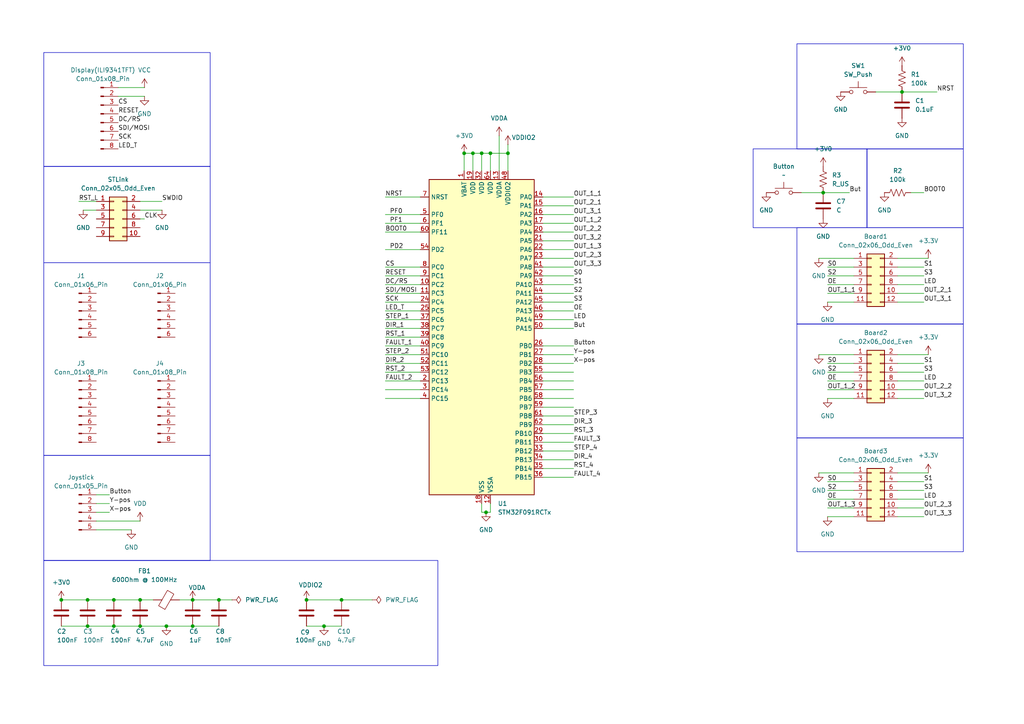
<source format=kicad_sch>
(kicad_sch (version 20250114) (generator "eeschema") (generator_version "9.0")
  (paper "A4")
  (title_block (title "STM32F09 Schematic") (date "2026-01-29") (rev "0"))
  (lib_symbols
    (symbol "Connector:Conn_01x05_Pin" (pin_names (offset 1.016) (hide yes))
      (property "Reference" "J" (at 0 7.62 0))
      (property "Value" "Conn_01x05_Pin" (at 0 -7.62 0))
      (symbol "Conn_01x05_Pin_1_1"
        (rectangle (start 0.8636 5.207) (end 0 4.953) (stroke (width 0.1524)) (fill (type outline)))
        (rectangle (start 0.8636 2.667) (end 0 2.413) (stroke (width 0.1524)) (fill (type outline)))
        (rectangle (start 0.8636 0.127) (end 0 -0.127) (stroke (width 0.1524)) (fill (type outline)))
        (rectangle (start 0.8636 -2.413) (end 0 -2.667) (stroke (width 0.1524)) (fill (type outline)))
        (rectangle (start 0.8636 -4.953) (end 0 -5.207) (stroke (width 0.1524)) (fill (type outline)))
        (polyline (pts (xy 1.27 5.08) (xy 0.8636 5.08)) (stroke (width 0.1524)))
        (polyline (pts (xy 1.27 2.54) (xy 0.8636 2.54)) (stroke (width 0.1524)))
        (polyline (pts (xy 1.27 0) (xy 0.8636 0)) (stroke (width 0.1524)))
        (polyline (pts (xy 1.27 -2.54) (xy 0.8636 -2.54)) (stroke (width 0.1524)))
        (polyline (pts (xy 1.27 -5.08) (xy 0.8636 -5.08)) (stroke (width 0.1524)))
        (pin passive line (at 5.08 5.08 180) (length 3.81) (name "Pin_1") (number "1"))
        (pin passive line (at 5.08 2.54 180) (length 3.81) (name "Pin_2") (number "2"))
        (pin passive line (at 5.08 0 180) (length 3.81) (name "Pin_3") (number "3"))
        (pin passive line (at 5.08 -2.54 180) (length 3.81) (name "Pin_4") (number "4"))
        (pin passive line (at 5.08 -5.08 180) (length 3.81) (name "Pin_5") (number "5"))
      )
    )
    (symbol "Connector:Conn_01x06_Pin" (pin_names (offset 1.016) (hide yes))
      (property "Reference" "J" (at 0 7.62 0))
      (property "Value" "Conn_01x06_Pin" (at 0 -10.16 0))
      (symbol "Conn_01x06_Pin_1_1"
        (rectangle (start 0.8636 5.207) (end 0 4.953) (stroke (width 0.1524)) (fill (type outline)))
        (rectangle (start 0.8636 2.667) (end 0 2.413) (stroke (width 0.1524)) (fill (type outline)))
        (rectangle (start 0.8636 0.127) (end 0 -0.127) (stroke (width 0.1524)) (fill (type outline)))
        (rectangle (start 0.8636 -2.413) (end 0 -2.667) (stroke (width 0.1524)) (fill (type outline)))
        (rectangle (start 0.8636 -4.953) (end 0 -5.207) (stroke (width 0.1524)) (fill (type outline)))
        (rectangle (start 0.8636 -7.493) (end 0 -7.747) (stroke (width 0.1524)) (fill (type outline)))
        (polyline (pts (xy 1.27 5.08) (xy 0.8636 5.08)) (stroke (width 0.1524)))
        (polyline (pts (xy 1.27 2.54) (xy 0.8636 2.54)) (stroke (width 0.1524)))
        (polyline (pts (xy 1.27 0) (xy 0.8636 0)) (stroke (width 0.1524)))
        (polyline (pts (xy 1.27 -2.54) (xy 0.8636 -2.54)) (stroke (width 0.1524)))
        (polyline (pts (xy 1.27 -5.08) (xy 0.8636 -5.08)) (stroke (width 0.1524)))
        (polyline (pts (xy 1.27 -7.62) (xy 0.8636 -7.62)) (stroke (width 0.1524)))
        (pin passive line (at 5.08 5.08 180) (length 3.81) (name "Pin_1") (number "1"))
        (pin passive line (at 5.08 2.54 180) (length 3.81) (name "Pin_2") (number "2"))
        (pin passive line (at 5.08 0 180) (length 3.81) (name "Pin_3") (number "3"))
        (pin passive line (at 5.08 -2.54 180) (length 3.81) (name "Pin_4") (number "4"))
        (pin passive line (at 5.08 -5.08 180) (length 3.81) (name "Pin_5") (number "5"))
        (pin passive line (at 5.08 -7.62 180) (length 3.81) (name "Pin_6") (number "6"))
      )
    )
    (symbol "Connector:Conn_01x08_Pin" (pin_names (offset 1.016) (hide yes))
      (property "Reference" "J" (at 0 10.16 0))
      (property "Value" "Conn_01x08_Pin" (at 0 -12.7 0))
      (symbol "Conn_01x08_Pin_1_1"
        (rectangle (start 0.8636 7.747) (end 0 7.493) (stroke (width 0.1524)) (fill (type outline)))
        (rectangle (start 0.8636 5.207) (end 0 4.953) (stroke (width 0.1524)) (fill (type outline)))
        (rectangle (start 0.8636 2.667) (end 0 2.413) (stroke (width 0.1524)) (fill (type outline)))
        (rectangle (start 0.8636 0.127) (end 0 -0.127) (stroke (width 0.1524)) (fill (type outline)))
        (rectangle (start 0.8636 -2.413) (end 0 -2.667) (stroke (width 0.1524)) (fill (type outline)))
        (rectangle (start 0.8636 -4.953) (end 0 -5.207) (stroke (width 0.1524)) (fill (type outline)))
        (rectangle (start 0.8636 -7.493) (end 0 -7.747) (stroke (width 0.1524)) (fill (type outline)))
        (rectangle (start 0.8636 -10.033) (end 0 -10.287) (stroke (width 0.1524)) (fill (type outline)))
        (polyline (pts (xy 1.27 7.62) (xy 0.8636 7.62)) (stroke (width 0.1524)))
        (polyline (pts (xy 1.27 5.08) (xy 0.8636 5.08)) (stroke (width 0.1524)))
        (polyline (pts (xy 1.27 2.54) (xy 0.8636 2.54)) (stroke (width 0.1524)))
        (polyline (pts (xy 1.27 0) (xy 0.8636 0)) (stroke (width 0.1524)))
        (polyline (pts (xy 1.27 -2.54) (xy 0.8636 -2.54)) (stroke (width 0.1524)))
        (polyline (pts (xy 1.27 -5.08) (xy 0.8636 -5.08)) (stroke (width 0.1524)))
        (polyline (pts (xy 1.27 -7.62) (xy 0.8636 -7.62)) (stroke (width 0.1524)))
        (polyline (pts (xy 1.27 -10.16) (xy 0.8636 -10.16)) (stroke (width 0.1524)))
        (pin passive line (at 5.08 7.62 180) (length 3.81) (name "Pin_1") (number "1"))
        (pin passive line (at 5.08 5.08 180) (length 3.81) (name "Pin_2") (number "2"))
        (pin passive line (at 5.08 2.54 180) (length 3.81) (name "Pin_3") (number "3"))
        (pin passive line (at 5.08 0 180) (length 3.81) (name "Pin_4") (number "4"))
        (pin passive line (at 5.08 -2.54 180) (length 3.81) (name "Pin_5") (number "5"))
        (pin passive line (at 5.08 -5.08 180) (length 3.81) (name "Pin_6") (number "6"))
        (pin passive line (at 5.08 -7.62 180) (length 3.81) (name "Pin_7") (number "7"))
        (pin passive line (at 5.08 -10.16 180) (length 3.81) (name "Pin_8") (number "8"))
      )
    )
    (symbol "Connector_Generic:Conn_02x05_Odd_Even" (pin_names (offset 1.016) (hide yes))
      (property "Reference" "J" (at 1.27 7.62 0))
      (property "Value" "Conn_02x05_Odd_Even" (at 1.27 -7.62 0))
      (symbol "Conn_02x05_Odd_Even_1_1"
        (rectangle (start -1.27 6.35) (end 3.81 -6.35) (stroke (width 0.254)) (fill (type background)))
        (rectangle (start -1.27 5.207) (end 0 4.953) (stroke (width 0.1524)))
        (rectangle (start -1.27 2.667) (end 0 2.413) (stroke (width 0.1524)))
        (rectangle (start -1.27 0.127) (end 0 -0.127) (stroke (width 0.1524)))
        (rectangle (start -1.27 -2.413) (end 0 -2.667) (stroke (width 0.1524)))
        (rectangle (start -1.27 -4.953) (end 0 -5.207) (stroke (width 0.1524)))
        (rectangle (start 3.81 5.207) (end 2.54 4.953) (stroke (width 0.1524)))
        (rectangle (start 3.81 2.667) (end 2.54 2.413) (stroke (width 0.1524)))
        (rectangle (start 3.81 0.127) (end 2.54 -0.127) (stroke (width 0.1524)))
        (rectangle (start 3.81 -2.413) (end 2.54 -2.667) (stroke (width 0.1524)))
        (rectangle (start 3.81 -4.953) (end 2.54 -5.207) (stroke (width 0.1524)))
        (pin passive line (at -5.08 5.08 0) (length 3.81) (name "Pin_1") (number "1"))
        (pin passive line (at -5.08 2.54 0) (length 3.81) (name "Pin_3") (number "3"))
        (pin passive line (at -5.08 0 0) (length 3.81) (name "Pin_5") (number "5"))
        (pin passive line (at -5.08 -2.54 0) (length 3.81) (name "Pin_7") (number "7"))
        (pin passive line (at -5.08 -5.08 0) (length 3.81) (name "Pin_9") (number "9"))
        (pin passive line (at 7.62 5.08 180) (length 3.81) (name "Pin_2") (number "2"))
        (pin passive line (at 7.62 2.54 180) (length 3.81) (name "Pin_4") (number "4"))
        (pin passive line (at 7.62 0 180) (length 3.81) (name "Pin_6") (number "6"))
        (pin passive line (at 7.62 -2.54 180) (length 3.81) (name "Pin_8") (number "8"))
        (pin passive line (at 7.62 -5.08 180) (length 3.81) (name "Pin_10") (number "10"))
      )
    )
    (symbol "Connector_Generic:Conn_02x06_Odd_Even" (pin_names (offset 1.016) (hide yes))
      (property "Reference" "J" (at 1.27 7.62 0))
      (property "Value" "Conn_02x06_Odd_Even" (at 1.27 -10.16 0))
      (symbol "Conn_02x06_Odd_Even_1_1"
        (rectangle (start -1.27 6.35) (end 3.81 -8.89) (stroke (width 0.254)) (fill (type background)))
        (rectangle (start -1.27 5.207) (end 0 4.953) (stroke (width 0.1524)))
        (rectangle (start -1.27 2.667) (end 0 2.413) (stroke (width 0.1524)))
        (rectangle (start -1.27 0.127) (end 0 -0.127) (stroke (width 0.1524)))
        (rectangle (start -1.27 -2.413) (end 0 -2.667) (stroke (width 0.1524)))
        (rectangle (start -1.27 -4.953) (end 0 -5.207) (stroke (width 0.1524)))
        (rectangle (start -1.27 -7.493) (end 0 -7.747) (stroke (width 0.1524)))
        (rectangle (start 3.81 5.207) (end 2.54 4.953) (stroke (width 0.1524)))
        (rectangle (start 3.81 2.667) (end 2.54 2.413) (stroke (width 0.1524)))
        (rectangle (start 3.81 0.127) (end 2.54 -0.127) (stroke (width 0.1524)))
        (rectangle (start 3.81 -2.413) (end 2.54 -2.667) (stroke (width 0.1524)))
        (rectangle (start 3.81 -4.953) (end 2.54 -5.207) (stroke (width 0.1524)))
        (rectangle (start 3.81 -7.493) (end 2.54 -7.747) (stroke (width 0.1524)))
        (pin passive line (at -5.08 5.08 0) (length 3.81) (name "Pin_1") (number "1"))
        (pin passive line (at -5.08 2.54 0) (length 3.81) (name "Pin_3") (number "3"))
        (pin passive line (at -5.08 0 0) (length 3.81) (name "Pin_5") (number "5"))
        (pin passive line (at -5.08 -2.54 0) (length 3.81) (name "Pin_7") (number "7"))
        (pin passive line (at -5.08 -5.08 0) (length 3.81) (name "Pin_9") (number "9"))
        (pin passive line (at -5.08 -7.62 0) (length 3.81) (name "Pin_11") (number "11"))
        (pin passive line (at 7.62 5.08 180) (length 3.81) (name "Pin_2") (number "2"))
        (pin passive line (at 7.62 2.54 180) (length 3.81) (name "Pin_4") (number "4"))
        (pin passive line (at 7.62 0 180) (length 3.81) (name "Pin_6") (number "6"))
        (pin passive line (at 7.62 -2.54 180) (length 3.81) (name "Pin_8") (number "8"))
        (pin passive line (at 7.62 -5.08 180) (length 3.81) (name "Pin_10") (number "10"))
        (pin passive line (at 7.62 -7.62 180) (length 3.81) (name "Pin_12") (number "12"))
      )
    )
    (symbol "Device:C" (pin_numbers (hide yes)) (pin_names (offset 0.254))
      (property "Reference" "C" (at 0.635 2.54 0))
      (property "Value" "C" (at 0.635 -2.54 0))
      (symbol "C_0_1"
        (polyline (pts (xy -2.032 0.762) (xy 2.032 0.762)) (stroke (width 0.508)))
        (polyline (pts (xy -2.032 -0.762) (xy 2.032 -0.762)) (stroke (width 0.508)))
      )
      (symbol "C_1_1"
        (pin passive line (at 0 3.81 270) (length 2.794) (name "~") (number "1"))
        (pin passive line (at 0 -3.81 90) (length 2.794) (name "~") (number "2"))
      )
    )
    (symbol "Device:FerriteBead" (pin_numbers (hide yes)) (pin_names (offset 0))
      (property "Reference" "FB" (at -3.81 0.635 90))
      (property "Value" "FerriteBead" (at 3.81 0 90))
      (symbol "FerriteBead_0_1"
        (polyline (pts (xy -2.7686 0.4064) (xy -1.7018 2.2606) (xy 2.7686 -0.3048) (xy 1.6764 -2.159) (xy -2.7686 0.4064)))
        (polyline (pts (xy 0 1.27) (xy 0 1.2954)))
        (polyline (pts (xy 0 -1.27) (xy 0 -1.2192)))
      )
      (symbol "FerriteBead_1_1"
        (pin passive line (at 0 3.81 270) (length 2.54) (name "~") (number "1"))
        (pin passive line (at 0 -3.81 90) (length 2.54) (name "~") (number "2"))
      )
    )
    (symbol "Device:R_US" (pin_numbers (hide yes)) (pin_names (offset 0))
      (property "Reference" "R" (at 2.54 0 90))
      (property "Value" "R_US" (at -2.54 0 90))
      (symbol "R_US_0_1"
        (polyline (pts (xy 0 2.286) (xy 0 2.54)))
        (polyline (pts (xy 0 2.286) (xy 1.016 1.905) (xy 0 1.524) (xy -1.016 1.143) (xy 0 0.762)))
        (polyline (pts (xy 0 0.762) (xy 1.016 0.381) (xy 0 0) (xy -1.016 -0.381) (xy 0 -0.762)))
        (polyline (pts (xy 0 -0.762) (xy 1.016 -1.143) (xy 0 -1.524) (xy -1.016 -1.905) (xy 0 -2.286)))
        (polyline (pts (xy 0 -2.286) (xy 0 -2.54)))
      )
      (symbol "R_US_1_1"
        (pin passive line (at 0 3.81 270) (length 1.27) (name "~") (number "1"))
        (pin passive line (at 0 -3.81 90) (length 1.27) (name "~") (number "2"))
      )
    )
    (symbol "MCU_ST_STM32F0:STM32F091RCTx"
      (property "Reference" "U" (at -15.24 46.99 0))
      (property "Value" "STM32F091RCTx" (at 10.16 46.99 0))
      (symbol "STM32F091RCTx_0_1"
        (rectangle (start -15.24 -45.72) (end 15.24 45.72) (stroke (width 0.254)) (fill (type background)))
      )
      (symbol "STM32F091RCTx_1_1"
        (pin input line (at -17.78 40.64 0) (length 2.54) (name "NRST") (number "7"))
        (pin bidirectional line (at -17.78 35.56 0) (length 2.54) (name "PF0") (number "5"))
        (pin bidirectional line (at -17.78 33.02 0) (length 2.54) (name "PF1") (number "6"))
        (pin bidirectional line (at -17.78 30.48 0) (length 2.54) (name "PF11") (number "60"))
        (pin bidirectional line (at -17.78 25.4 0) (length 2.54) (name "PD2") (number "54"))
        (pin bidirectional line (at -17.78 20.32 0) (length 2.54) (name "PC0") (number "8"))
        (pin bidirectional line (at -17.78 17.78 0) (length 2.54) (name "PC1") (number "9"))
        (pin bidirectional line (at -17.78 15.24 0) (length 2.54) (name "PC2") (number "10"))
        (pin bidirectional line (at -17.78 12.7 0) (length 2.54) (name "PC3") (number "11"))
        (pin bidirectional line (at -17.78 10.16 0) (length 2.54) (name "PC4") (number "24"))
        (pin bidirectional line (at -17.78 7.62 0) (length 2.54) (name "PC5") (number "25"))
        (pin bidirectional line (at -17.78 5.08 0) (length 2.54) (name "PC6") (number "37"))
        (pin bidirectional line (at -17.78 2.54 0) (length 2.54) (name "PC7") (number "38"))
        (pin bidirectional line (at -17.78 0 0) (length 2.54) (name "PC8") (number "39"))
        (pin bidirectional line (at -17.78 -2.54 0) (length 2.54) (name "PC9") (number "40"))
        (pin bidirectional line (at -17.78 -5.08 0) (length 2.54) (name "PC10") (number "51"))
        (pin bidirectional line (at -17.78 -7.62 0) (length 2.54) (name "PC11") (number "52"))
        (pin bidirectional line (at -17.78 -10.16 0) (length 2.54) (name "PC12") (number "53"))
        (pin bidirectional line (at -17.78 -12.7 0) (length 2.54) (name "PC13") (number "2"))
        (pin bidirectional line (at -17.78 -15.24 0) (length 2.54) (name "PC14") (number "3"))
        (pin bidirectional line (at -17.78 -17.78 0) (length 2.54) (name "PC15") (number "4"))
        (pin power_in line (at -5.08 48.26 270) (length 2.54) (name "VBAT") (number "1"))
        (pin power_in line (at -2.54 48.26 270) (length 2.54) (name "VDD") (number "19"))
        (pin power_in line (at 0 48.26 270) (length 2.54) (name "VDD") (number "32"))
        (pin power_in line (at 0 -48.26 90) (length 2.54) (name "VSS") (number "18"))
        (pin passive line (at 0 -48.26 90) (length 2.54) (hide yes) (name "VSS") (number "31"))
        (pin passive line (at 0 -48.26 90) (length 2.54) (hide yes) (name "VSS") (number "47"))
        (pin passive line (at 0 -48.26 90) (length 2.54) (hide yes) (name "VSS") (number "63"))
        (pin power_in line (at 2.54 48.26 270) (length 2.54) (name "VDD") (number "64"))
        (pin power_in line (at 2.54 -48.26 90) (length 2.54) (name "VSSA") (number "12"))
        (pin power_in line (at 5.08 48.26 270) (length 2.54) (name "VDDA") (number "13"))
        (pin power_in line (at 7.62 48.26 270) (length 2.54) (name "VDDIO2") (number "48"))
        (pin bidirectional line (at 17.78 40.64 180) (length 2.54) (name "PA0") (number "14"))
        (pin bidirectional line (at 17.78 38.1 180) (length 2.54) (name "PA1") (number "15"))
        (pin bidirectional line (at 17.78 35.56 180) (length 2.54) (name "PA2") (number "16"))
        (pin bidirectional line (at 17.78 33.02 180) (length 2.54) (name "PA3") (number "17"))
        (pin bidirectional line (at 17.78 30.48 180) (length 2.54) (name "PA4") (number "20"))
        (pin bidirectional line (at 17.78 27.94 180) (length 2.54) (name "PA5") (number "21"))
        (pin bidirectional line (at 17.78 25.4 180) (length 2.54) (name "PA6") (number "22"))
        (pin bidirectional line (at 17.78 22.86 180) (length 2.54) (name "PA7") (number "23"))
        (pin bidirectional line (at 17.78 20.32 180) (length 2.54) (name "PA8") (number "41"))
        (pin bidirectional line (at 17.78 17.78 180) (length 2.54) (name "PA9") (number "42"))
        (pin bidirectional line (at 17.78 15.24 180) (length 2.54) (name "PA10") (number "43"))
        (pin bidirectional line (at 17.78 12.7 180) (length 2.54) (name "PA11") (number "44"))
        (pin bidirectional line (at 17.78 10.16 180) (length 2.54) (name "PA12") (number "45"))
        (pin bidirectional line (at 17.78 7.62 180) (length 2.54) (name "PA13") (number "46"))
        (pin bidirectional line (at 17.78 5.08 180) (length 2.54) (name "PA14") (number "49"))
        (pin bidirectional line (at 17.78 2.54 180) (length 2.54) (name "PA15") (number "50"))
        (pin bidirectional line (at 17.78 -2.54 180) (length 2.54) (name "PB0") (number "26"))
        (pin bidirectional line (at 17.78 -5.08 180) (length 2.54) (name "PB1") (number "27"))
        (pin bidirectional line (at 17.78 -7.62 180) (length 2.54) (name "PB2") (number "28"))
        (pin bidirectional line (at 17.78 -10.16 180) (length 2.54) (name "PB3") (number "55"))
        (pin bidirectional line (at 17.78 -12.7 180) (length 2.54) (name "PB4") (number "56"))
        (pin bidirectional line (at 17.78 -15.24 180) (length 2.54) (name "PB5") (number "57"))
        (pin bidirectional line (at 17.78 -17.78 180) (length 2.54) (name "PB6") (number "58"))
        (pin bidirectional line (at 17.78 -20.32 180) (length 2.54) (name "PB7") (number "59"))
        (pin bidirectional line (at 17.78 -22.86 180) (length 2.54) (name "PB8") (number "61"))
        (pin bidirectional line (at 17.78 -25.4 180) (length 2.54) (name "PB9") (number "62"))
        (pin bidirectional line (at 17.78 -27.94 180) (length 2.54) (name "PB10") (number "29"))
        (pin bidirectional line (at 17.78 -30.48 180) (length 2.54) (name "PB11") (number "30"))
        (pin bidirectional line (at 17.78 -33.02 180) (length 2.54) (name "PB12") (number "33"))
        (pin bidirectional line (at 17.78 -35.56 180) (length 2.54) (name "PB13") (number "34"))
        (pin bidirectional line (at 17.78 -38.1 180) (length 2.54) (name "PB14") (number "35"))
        (pin bidirectional line (at 17.78 -40.64 180) (length 2.54) (name "PB15") (number "36"))
      )
    )
    (symbol "Switch:SW_Push" (pin_numbers (hide yes)) (pin_names (offset 1.016) (hide yes))
      (property "Reference" "SW" (at 1.27 2.54 0))
      (property "Value" "SW_Push" (at 0 -1.524 0))
      (symbol "SW_Push_0_1"
        (circle (center -2.032 0) (radius 0.508))
        (polyline (pts (xy 0 1.27) (xy 0 3.048)))
        (circle (center 2.032 0) (radius 0.508))
        (polyline (pts (xy 2.54 1.27) (xy -2.54 1.27)))
        (pin passive line (at -5.08 0 0) (length 2.54) (name "1") (number "1"))
        (pin passive line (at 5.08 0 180) (length 2.54) (name "2") (number "2"))
      )
    )
    (symbol "power:+3.3V" (power) (pin_numbers (hide yes)) (pin_names (offset 0) (hide yes))
      (property "Value" "+3.3V" (at 0 3.556 0))
      (symbol "+3.3V_0_1"
        (polyline (pts (xy -0.762 1.27) (xy 0 2.54)))
        (polyline (pts (xy 0 2.54) (xy 0.762 1.27)))
        (polyline (pts (xy 0 0) (xy 0 2.54)))
      )
      (symbol "+3.3V_1_1"
        (pin power_in line (at 0 0 90) (length 0) (name "~") (number "1"))
      )
    )
    (symbol "power:+3V0" (power) (pin_numbers (hide yes)) (pin_names (offset 0) (hide yes))
      (property "Value" "+3V0" (at 0 3.556 0))
      (symbol "+3V0_0_1"
        (polyline (pts (xy -0.762 1.27) (xy 0 2.54)))
        (polyline (pts (xy 0 2.54) (xy 0.762 1.27)))
        (polyline (pts (xy 0 0) (xy 0 2.54)))
      )
      (symbol "+3V0_1_1"
        (pin power_in line (at 0 0 90) (length 0) (name "~") (number "1"))
      )
    )
    (symbol "power:GND" (power) (pin_numbers (hide yes)) (pin_names (offset 0) (hide yes))
      (property "Value" "GND" (at 0 -3.81 0))
      (symbol "GND_0_1"
        (polyline (pts (xy 0 0) (xy 0 -1.27) (xy 1.27 -1.27) (xy 0 -2.54) (xy -1.27 -1.27) (xy 0 -1.27)))
      )
      (symbol "GND_1_1"
        (pin power_in line (at 0 0 270) (length 0) (name "~") (number "1"))
      )
    )
    (symbol "power:PWR_FLAG" (power) (pin_numbers (hide yes)) (pin_names (offset 0) (hide yes))
      (property "Value" "PWR_FLAG" (at 0 3.81 0))
      (symbol "PWR_FLAG_0_0"
        (pin power_out line (at 0 0 90) (length 0) (name "~") (number "1"))
      )
      (symbol "PWR_FLAG_0_1"
        (polyline (pts (xy 0 0) (xy 0 1.27) (xy -1.016 1.905) (xy 0 2.54) (xy 1.016 1.905) (xy 0 1.27)))
      )
    )
    (symbol "power:VCC" (power) (pin_numbers (hide yes)) (pin_names (offset 0) (hide yes))
      (property "Value" "VCC" (at 0 3.556 0))
      (symbol "VCC_0_1"
        (polyline (pts (xy -0.762 1.27) (xy 0 2.54)))
        (polyline (pts (xy 0 2.54) (xy 0.762 1.27)))
        (polyline (pts (xy 0 0) (xy 0 2.54)))
      )
      (symbol "VCC_1_1"
        (pin power_in line (at 0 0 90) (length 0) (name "~") (number "1"))
      )
    )
    (symbol "power:VDD" (power) (pin_numbers (hide yes)) (pin_names (offset 0) (hide yes))
      (property "Value" "VDD" (at 0 3.556 0))
      (symbol "VDD_0_1"
        (polyline (pts (xy -0.762 1.27) (xy 0 2.54)))
        (polyline (pts (xy 0 2.54) (xy 0.762 1.27)))
        (polyline (pts (xy 0 0) (xy 0 2.54)))
      )
      (symbol "VDD_1_1"
        (pin power_in line (at 0 0 90) (length 0) (name "~") (number "1"))
      )
    )
  )
  (rectangle (start 231.14 127) (end 279.4 160.02))
  (rectangle (start 231.14 12.7) (end 279.4 43.18))
  (rectangle (start 231.14 66.04) (end 279.4 93.98))
  (rectangle (start 12.7 76.2) (end 60.96 132.08))
  (rectangle (start 12.7 132.08) (end 60.96 162.56))
  (rectangle (start 251.46 43.18) (end 279.4 66.04))
  (rectangle (start 12.7 15.24) (end 60.96 48.26))
  (rectangle (start 218.44 43.18) (end 251.46 66.04))
  (rectangle (start 12.7 162.56) (end 127 193.04))
  (rectangle (start 12.7 48.26) (end 60.96 76.2))
  (rectangle (start 231.14 93.98) (end 279.4 127))
  (junction (at 48.26 181.61))
  (junction (at 238.76 55.88))
  (junction (at 25.4 173.99))
  (junction (at 88.9 173.99))
  (junction (at 139.7 44.45))
  (junction (at 40.64 181.61))
  (junction (at 134.62 44.45))
  (junction (at 137.16 44.45))
  (junction (at 142.24 44.45))
  (junction (at 55.88 181.61))
  (junction (at 140.97 148.59))
  (junction (at 261.62 26.67))
  (junction (at 63.5 173.99))
  (junction (at 99.06 173.99))
  (junction (at 33.02 173.99))
  (junction (at 25.4 181.61))
  (junction (at 93.98 181.61))
  (junction (at 147.32 44.45))
  (junction (at 17.78 173.99))
  (junction (at 33.02 181.61))
  (junction (at 40.64 173.99))
  (junction (at 55.88 173.99))
  (wire (pts (xy 157.48 57.15) (xy 166.37 57.15)))
  (wire (pts (xy 260.35 149.86) (xy 267.97 149.86)))
  (wire (pts (xy 139.7 148.59) (xy 140.97 148.59)))
  (wire (pts (xy 240.03 105.41) (xy 247.65 105.41)))
  (wire (pts (xy 260.35 74.93) (xy 269.24 74.93)))
  (wire (pts (xy 111.76 92.71) (xy 121.92 92.71)))
  (wire (pts (xy 40.64 181.61) (xy 48.26 181.61)))
  (wire (pts (xy 260.35 139.7) (xy 267.97 139.7)))
  (wire (pts (xy 111.76 90.17) (xy 121.92 90.17)))
  (wire (pts (xy 157.48 105.41) (xy 166.37 105.41)))
  (wire (pts (xy 134.62 44.45) (xy 137.16 44.45)))
  (wire (pts (xy 111.76 57.15) (xy 121.92 57.15)))
  (wire (pts (xy 157.48 120.65) (xy 166.37 120.65)))
  (wire (pts (xy 111.76 85.09) (xy 121.92 85.09)))
  (wire (pts (xy 55.88 181.61) (xy 63.5 181.61)))
  (wire (pts (xy 93.98 181.61) (xy 99.06 181.61)))
  (wire (pts (xy 34.29 25.4) (xy 41.91 25.4)))
  (wire (pts (xy 260.35 105.41) (xy 267.97 105.41)))
  (wire (pts (xy 240.03 144.78) (xy 247.65 144.78)))
  (wire (pts (xy 157.48 82.55) (xy 166.37 82.55)))
  (wire (pts (xy 240.03 107.95) (xy 247.65 107.95)))
  (wire (pts (xy 88.9 181.61) (xy 93.98 181.61)))
  (wire (pts (xy 240.03 82.55) (xy 247.65 82.55)))
  (wire (pts (xy 27.94 151.13) (xy 40.64 151.13)))
  (wire (pts (xy 111.76 72.39) (xy 121.92 72.39)))
  (wire (pts (xy 142.24 49.53) (xy 142.24 44.45)))
  (wire (pts (xy 157.48 72.39) (xy 166.37 72.39)))
  (wire (pts (xy 254 26.67) (xy 261.62 26.67)))
  (wire (pts (xy 111.76 67.31) (xy 121.92 67.31)))
  (wire (pts (xy 264.16 55.88) (xy 267.97 55.88)))
  (wire (pts (xy 111.76 62.23) (xy 121.92 62.23)))
  (wire (pts (xy 111.76 105.41) (xy 121.92 105.41)))
  (wire (pts (xy 17.78 181.61) (xy 25.4 181.61)))
  (wire (pts (xy 27.94 148.59) (xy 31.75 148.59)))
  (wire (pts (xy 25.4 181.61) (xy 33.02 181.61)))
  (wire (pts (xy 48.26 181.61) (xy 55.88 181.61)))
  (wire (pts (xy 111.76 82.55) (xy 121.92 82.55)))
  (wire (pts (xy 240.03 113.03) (xy 247.65 113.03)))
  (wire (pts (xy 34.29 27.94) (xy 41.91 27.94)))
  (wire (pts (xy 17.78 173.99) (xy 25.4 173.99)))
  (wire (pts (xy 260.35 77.47) (xy 267.97 77.47)))
  (wire (pts (xy 147.32 41.91) (xy 147.32 44.45)))
  (wire (pts (xy 33.02 181.61) (xy 40.64 181.61)))
  (wire (pts (xy 40.64 173.99) (xy 44.45 173.99)))
  (wire (pts (xy 157.48 87.63) (xy 166.37 87.63)))
  (wire (pts (xy 157.48 133.35) (xy 166.37 133.35)))
  (wire (pts (xy 260.35 87.63) (xy 267.97 87.63)))
  (wire (pts (xy 157.48 92.71) (xy 166.37 92.71)))
  (wire (pts (xy 52.07 173.99) (xy 55.88 173.99)))
  (wire (pts (xy 157.48 128.27) (xy 166.37 128.27)))
  (wire (pts (xy 157.48 135.89) (xy 166.37 135.89)))
  (wire (pts (xy 140.97 148.59) (xy 142.24 148.59)))
  (wire (pts (xy 260.35 110.49) (xy 267.97 110.49)))
  (wire (pts (xy 157.48 74.93) (xy 166.37 74.93)))
  (wire (pts (xy 157.48 95.25) (xy 166.37 95.25)))
  (wire (pts (xy 33.02 173.99) (xy 40.64 173.99)))
  (wire (pts (xy 99.06 173.99) (xy 88.9 173.99)))
  (wire (pts (xy 40.64 63.5) (xy 41.91 63.5)))
  (wire (pts (xy 139.7 49.53) (xy 139.7 44.45)))
  (wire (pts (xy 55.88 173.99) (xy 63.5 173.99)))
  (wire (pts (xy 157.48 123.19) (xy 166.37 123.19)))
  (wire (pts (xy 260.35 144.78) (xy 267.97 144.78)))
  (wire (pts (xy 157.48 77.47) (xy 166.37 77.47)))
  (wire (pts (xy 157.48 130.81) (xy 166.37 130.81)))
  (wire (pts (xy 261.62 26.67) (xy 271.78 26.67)))
  (wire (pts (xy 111.76 64.77) (xy 121.92 64.77)))
  (wire (pts (xy 157.48 85.09) (xy 166.37 85.09)))
  (wire (pts (xy 134.62 49.53) (xy 134.62 44.45)))
  (wire (pts (xy 157.48 107.95) (xy 166.37 107.95)))
  (wire (pts (xy 157.48 138.43) (xy 166.37 138.43)))
  (wire (pts (xy 260.35 113.03) (xy 267.97 113.03)))
  (wire (pts (xy 157.48 113.03) (xy 166.37 113.03)))
  (wire (pts (xy 260.35 107.95) (xy 267.97 107.95)))
  (wire (pts (xy 111.76 77.47) (xy 121.92 77.47)))
  (wire (pts (xy 232.41 55.88) (xy 238.76 55.88)))
  (wire (pts (xy 139.7 44.45) (xy 137.16 44.45)))
  (wire (pts (xy 240.03 80.01) (xy 247.65 80.01)))
  (wire (pts (xy 142.24 146.05) (xy 142.24 148.59)))
  (wire (pts (xy 260.35 85.09) (xy 267.97 85.09)))
  (wire (pts (xy 237.49 137.16) (xy 247.65 137.16)))
  (wire (pts (xy 27.94 146.05) (xy 31.75 146.05)))
  (wire (pts (xy 157.48 59.69) (xy 166.37 59.69)))
  (wire (pts (xy 157.48 90.17) (xy 166.37 90.17)))
  (wire (pts (xy 147.32 44.45) (xy 147.32 49.53)))
  (wire (pts (xy 111.76 110.49) (xy 121.92 110.49)))
  (wire (pts (xy 240.03 110.49) (xy 247.65 110.49)))
  (wire (pts (xy 240.03 85.09) (xy 247.65 85.09)))
  (wire (pts (xy 240.03 115.57) (xy 247.65 115.57)))
  (wire (pts (xy 139.7 146.05) (xy 139.7 148.59)))
  (wire (pts (xy 157.48 110.49) (xy 166.37 110.49)))
  (wire (pts (xy 260.35 142.24) (xy 267.97 142.24)))
  (wire (pts (xy 137.16 44.45) (xy 137.16 49.53)))
  (wire (pts (xy 27.94 153.67) (xy 38.1 153.67)))
  (wire (pts (xy 260.35 82.55) (xy 267.97 82.55)))
  (wire (pts (xy 111.76 102.87) (xy 121.92 102.87)))
  (wire (pts (xy 111.76 100.33) (xy 121.92 100.33)))
  (wire (pts (xy 260.35 137.16) (xy 269.24 137.16)))
  (wire (pts (xy 238.76 55.88) (xy 246.38 55.88)))
  (wire (pts (xy 260.35 102.87) (xy 269.24 102.87)))
  (wire (pts (xy 111.76 80.01) (xy 121.92 80.01)))
  (wire (pts (xy 111.76 87.63) (xy 121.92 87.63)))
  (wire (pts (xy 142.24 44.45) (xy 139.7 44.45)))
  (wire (pts (xy 260.35 115.57) (xy 267.97 115.57)))
  (wire (pts (xy 157.48 64.77) (xy 166.37 64.77)))
  (wire (pts (xy 240.03 139.7) (xy 247.65 139.7)))
  (wire (pts (xy 240.03 77.47) (xy 247.65 77.47)))
  (wire (pts (xy 40.64 60.96) (xy 46.99 60.96)))
  (wire (pts (xy 25.4 173.99) (xy 33.02 173.99)))
  (wire (pts (xy 157.48 118.11) (xy 166.37 118.11)))
  (wire (pts (xy 240.03 87.63) (xy 247.65 87.63)))
  (wire (pts (xy 157.48 115.57) (xy 166.37 115.57)))
  (wire (pts (xy 144.78 39.37) (xy 144.78 49.53)))
  (wire (pts (xy 67.31 173.99) (xy 63.5 173.99)))
  (wire (pts (xy 237.49 74.93) (xy 247.65 74.93)))
  (wire (pts (xy 24.13 60.96) (xy 27.94 60.96)))
  (wire (pts (xy 157.48 67.31) (xy 166.37 67.31)))
  (wire (pts (xy 157.48 100.33) (xy 166.37 100.33)))
  (wire (pts (xy 240.03 149.86) (xy 247.65 149.86)))
  (wire (pts (xy 111.76 107.95) (xy 121.92 107.95)))
  (wire (pts (xy 142.24 44.45) (xy 147.32 44.45)))
  (wire (pts (xy 111.76 113.03) (xy 121.92 113.03)))
  (wire (pts (xy 157.48 62.23) (xy 166.37 62.23)))
  (wire (pts (xy 240.03 142.24) (xy 247.65 142.24)))
  (wire (pts (xy 111.76 115.57) (xy 121.92 115.57)))
  (wire (pts (xy 157.48 80.01) (xy 166.37 80.01)))
  (wire (pts (xy 22.86 58.42) (xy 27.94 58.42)))
  (wire (pts (xy 157.48 125.73) (xy 166.37 125.73)))
  (wire (pts (xy 40.64 58.42) (xy 46.99 58.42)))
  (wire (pts (xy 111.76 97.79) (xy 121.92 97.79)))
  (wire (pts (xy 240.03 147.32) (xy 247.65 147.32)))
  (wire (pts (xy 157.48 69.85) (xy 166.37 69.85)))
  (wire (pts (xy 27.94 143.51) (xy 31.75 143.51)))
  (wire (pts (xy 260.35 147.32) (xy 267.97 147.32)))
  (wire (pts (xy 99.06 173.99) (xy 107.95 173.99)))
  (wire (pts (xy 260.35 80.01) (xy 267.97 80.01)))
  (wire (pts (xy 111.76 95.25) (xy 121.92 95.25)))
  (wire (pts (xy 237.49 102.87) (xy 247.65 102.87)))
  (wire (pts (xy 157.48 102.87) (xy 166.37 102.87)))
  (label "STEP_3" (at 166.37 120.65 0))
  (label "OUT_3_3" (at 166.37 77.47 0))
  (label "LED" (at 267.97 144.78 0))
  (label "SDI{slash}MOSI" (at 111.76 85.09 0))
  (label "OUT_1_2" (at 166.37 64.77 0))
  (label "FAULT_3" (at 166.37 128.27 0))
  (label "S2" (at 240.03 80.01 0))
  (label "S3" (at 267.97 107.95 0))
  (label "RESET" (at 34.29 33.02 0))
  (label "STEP_2" (at 111.76 102.87 0))
  (label "S0" (at 166.37 80.01 0))
  (label "OUT_3_2" (at 267.97 115.57 0))
  (label "OUT_2_2" (at 166.37 67.31 0))
  (label "SCK" (at 111.76 87.63 0))
  (label "STEP_1" (at 111.76 92.71 0))
  (label "OE" (at 240.03 144.78 0))
  (label "OUT_3_1" (at 267.97 87.63 0))
  (label "OUT_2_2" (at 267.97 113.03 0))
  (label "OUT_2_3" (at 166.37 74.93 0))
  (label "OE" (at 166.37 90.17 0))
  (label "STEP_4" (at 166.37 130.81 0))
  (label "DC{slash}RS" (at 111.76 82.55 0))
  (label "RST_3" (at 166.37 125.73 0))
  (label "LED" (at 166.37 92.71 0))
  (label "SCK" (at 34.29 40.64 0))
  (label "OUT_1_2" (at 240.03 113.03 0))
  (label "DIR_2" (at 111.76 105.41 0))
  (label "S1" (at 166.37 82.55 0))
  (label "FAULT_1" (at 111.76 100.33 0))
  (label "DIR_3" (at 166.37 123.19 0))
  (label "LED" (at 267.97 82.55 0))
  (label "S1" (at 267.97 77.47 0))
  (label "OE" (at 240.03 82.55 0))
  (label "DIR_1" (at 111.76 95.25 0))
  (label "LED_T" (at 34.29 43.18 0))
  (label "Y-pos" (at 166.37 102.87 0))
  (label "PF0" (at 113.03 62.23 0))
  (label "S0" (at 240.03 105.41 0))
  (label "LED_T" (at 111.76 90.17 0))
  (label "CS" (at 34.29 30.48 0))
  (label "Button" (at 31.75 143.51 0))
  (label "BOOT0" (at 267.97 55.88 0))
  (label "CS" (at 111.76 77.47 0))
  (label "FAULT_2" (at 111.76 110.49 0))
  (label "S2" (at 166.37 85.09 0))
  (label "OUT_2_1" (at 166.37 59.69 0))
  (label "Y-pos" (at 31.75 146.05 0))
  (label "NRST" (at 111.76 57.15 0))
  (label "RST_4" (at 166.37 135.89 0))
  (label "PD2" (at 113.03 72.39 0))
  (label "OUT_1_1" (at 240.03 85.09 0))
  (label "OUT_1_1" (at 166.37 57.15 0))
  (label "S0" (at 240.03 139.7 0))
  (label "X-pos" (at 166.37 105.41 0))
  (label "OUT_2_1" (at 267.97 85.09 0))
  (label "But" (at 246.38 55.88 0))
  (label "NRST" (at 271.78 26.67 0))
  (label "S3" (at 267.97 80.01 0))
  (label "S1" (at 267.97 139.7 0))
  (label "But" (at 166.37 95.25 0))
  (label "S2" (at 240.03 107.95 0))
  (label "S1" (at 267.97 105.41 0))
  (label "FAULT_4" (at 166.37 138.43 0))
  (label "OUT_1_3" (at 240.03 147.32 0))
  (label "CLK" (at 41.91 63.5 0))
  (label "RST_L" (at 22.86 58.42 0))
  (label "PF1" (at 113.03 64.77 0))
  (label "RST_2" (at 111.76 107.95 0))
  (label "SWDIO" (at 46.99 58.42 0))
  (label "S0" (at 240.03 77.47 0))
  (label "OUT_3_2" (at 166.37 69.85 0))
  (label "OUT_1_3" (at 166.37 72.39 0))
  (label "Button" (at 166.37 100.33 0))
  (label "OE" (at 240.03 110.49 0))
  (label "BOOT0" (at 111.76 67.31 0))
  (label "SDI{slash}MOSI" (at 34.29 38.1 0))
  (label "OUT_3_1" (at 166.37 62.23 0))
  (label "RST_1" (at 111.76 97.79 0))
  (label "DC{slash}RS" (at 34.29 35.56 0))
  (label "OUT_3_3" (at 267.97 149.86 0))
  (label "S2" (at 240.03 142.24 0))
  (label "X-pos" (at 31.75 148.59 0))
  (label "LED" (at 267.97 110.49 0))
  (label "OUT_2_3" (at 267.97 147.32 0))
  (label "S3" (at 267.97 142.24 0))
  (label "DIR_4" (at 166.37 133.35 0))
  (label "RESET" (at 111.76 80.01 0))
  (label "S3" (at 166.37 87.63 0))
  (symbol (lib_id "power:GND") (at 237.49 102.87 0) (unit 1)
    (property "Reference" "#PWR011" (effects (hide yes)))
    (property "Value" "GND" (at 237.49 107.95 0))
    (property "Description" "Power symbol creates a global label with name \"GND\" , ground" (effects (hide yes)))
  )
  (symbol (lib_id "Connector:Conn_01x08_Pin") (at 45.72 118.11 0) (unit 1)
    (property "Reference" "J4" (at 46.355 105.41 0))
    (property "Value" "Conn_01x08_Pin" (at 46.355 107.95 0))
    (property "Description" "Generic connector, single row, 01x08, script generated" (effects (hide yes)))
  )
  (symbol (lib_id "Connector_Generic:Conn_02x06_Odd_Even") (at 252.73 107.95 0) (unit 1)
    (property "Reference" "Board2" (at 254 96.52 0))
    (property "Value" "Conn_02x06_Odd_Even" (at 254 99.06 0))
    (property "Description" "Generic connector, double row, 02x06, odd/even pin numbering scheme (row 1 odd numbers, row 2 even numbers), script generated (kicad-library-utils/schlib/autogen/connector/)" (effects (hide yes)))
  )
  (symbol (lib_id "Device:C") (at 99.06 177.8 0) (unit 1)
    (property "Reference" "C10" (at 97.79 183.134 0) (effects (justify left)))
    (property "Value" "4.7uF" (at 97.79 185.674 0) (effects (justify left)))
    (property "Description" "Unpolarized capacitor" (effects (hide yes)))
  )
  (symbol (lib_id "Device:C") (at 88.9 177.8 0) (unit 1)
    (property "Reference" "C9" (at 87.122 183.388 0) (effects (justify left)))
    (property "Value" "100nF" (at 85.598 185.674 0) (effects (justify left)))
    (property "Description" "Unpolarized capacitor" (effects (hide yes)))
  )
  (symbol (lib_id "power:+3V0") (at 88.9 173.99 0) (unit 1)
    (property "Reference" "#PWR026" (effects (hide yes)))
    (property "Value" "VDDIO2" (at 86.614 169.672 0) (effects (justify left)))
    (property "Description" "Power symbol creates a global label with name \"+3V0\"" (effects (hide yes)))
  )
  (symbol (lib_id "Device:R_US") (at 260.35 55.88 90) (unit 1)
    (property "Reference" "R2" (at 260.35 49.53 90))
    (property "Value" "100k" (at 260.35 52.07 90))
    (property "Description" "Resistor, US symbol" (effects (hide yes)))
  )
  (symbol (lib_id "power:GND") (at 222.25 55.88 0) (unit 1)
    (property "Reference" "#PWR016" (effects (hide yes)))
    (property "Value" "GND" (at 222.25 60.96 0))
    (property "Description" "Power symbol creates a global label with name \"GND\" , ground" (effects (hide yes)))
  )
  (symbol (lib_id "power:GND") (at 238.76 63.5 0) (unit 1)
    (property "Reference" "#PWR025" (effects (hide yes)))
    (property "Value" "GND" (at 238.76 68.58 0))
    (property "Description" "Power symbol creates a global label with name \"GND\" , ground" (effects (hide yes)))
  )
  (symbol (lib_id "power:+3.3V") (at 269.24 74.93 0) (unit 1)
    (property "Reference" "#PWR010" (effects (hide yes)))
    (property "Value" "+3.3V" (at 269.24 69.85 0))
    (property "Description" "Power symbol creates a global label with name \"+3.3V\"" (effects (hide yes)))
  )
  (symbol (lib_id "Device:C") (at 238.76 59.69 0) (unit 1)
    (property "Reference" "C7" (at 242.57 58.4199 0) (effects (justify left)))
    (property "Value" "C" (at 242.57 60.9599 0) (effects (justify left)))
    (property "Description" "Unpolarized capacitor" (effects (hide yes)))
  )
  (symbol (lib_id "Connector:Conn_01x08_Pin") (at 22.86 118.11 0) (unit 1)
    (property "Reference" "J3" (at 23.495 105.41 0))
    (property "Value" "Conn_01x08_Pin" (at 23.495 107.95 0))
    (property "Description" "Generic connector, single row, 01x08, script generated" (effects (hide yes)))
  )
  (symbol (lib_id "power:VDD") (at 40.64 151.13 0) (unit 1)
    (property "Reference" "#PWR028" (effects (hide yes)))
    (property "Value" "VDD" (at 40.64 146.05 0))
    (property "Description" "Power symbol creates a global label with name \"VDD\"" (effects (hide yes)))
  )
  (symbol (lib_id "Device:C") (at 17.78 177.8 0) (unit 1)
    (property "Reference" "C2" (at 16.51 183.134 0) (effects (justify left)))
    (property "Value" "100nF" (at 16.51 185.674 0) (effects (justify left)))
    (property "Description" "Unpolarized capacitor" (effects (hide yes)))
  )
  (symbol (lib_id "power:VDD") (at 134.62 44.45 0) (unit 1)
    (property "Reference" "#PWR01" (effects (hide yes)))
    (property "Value" "+3VD" (at 134.62 39.37 0))
    (property "Description" "Power symbol creates a global label with name \"VDD\"" (effects (hide yes)))
  )
  (symbol (lib_id "power:PWR_FLAG") (at 107.95 173.99 270) (unit 1)
    (property "Reference" "#FLG01" (effects (hide yes)))
    (property "Value" "PWR_FLAG" (at 111.76 173.9899 90) (effects (justify left)))
    (property "Description" "Special symbol for telling ERC where power comes from" (effects (hide yes)))
  )
  (symbol (lib_id "power:GND") (at 46.99 60.96 0) (unit 1)
    (property "Reference" "#PWR020" (effects (hide yes)))
    (property "Value" "GND" (at 46.99 66.04 0))
    (property "Description" "Power symbol creates a global label with name \"GND\" , ground" (effects (hide yes)))
  )
  (symbol (lib_id "power:+3V0") (at 17.78 173.99 0) (unit 1)
    (property "Reference" "#PWR021" (effects (hide yes)))
    (property "Value" "+3V0" (at 17.78 168.91 0))
    (property "Description" "Power symbol creates a global label with name \"+3V0\"" (effects (hide yes)))
  )
  (symbol (lib_id "Device:C") (at 55.88 177.8 0) (unit 1)
    (property "Reference" "C6" (at 54.864 183.134 0) (effects (justify left)))
    (property "Value" "1uF" (at 54.864 185.674 0) (effects (justify left)))
    (property "Description" "Unpolarized capacitor" (effects (hide yes)))
  )
  (symbol (lib_id "power:GND") (at 140.97 148.59 0) (unit 1)
    (property "Reference" "#PWR02" (effects (hide yes)))
    (property "Value" "GND" (at 140.97 153.67 0))
    (property "Description" "Power symbol creates a global label with name \"GND\" , ground" (effects (hide yes)))
  )
  (symbol (lib_id "power:GND") (at 237.49 74.93 0) (unit 1)
    (property "Reference" "#PWR09" (effects (hide yes)))
    (property "Value" "GND" (at 237.49 80.01 0))
    (property "Description" "Power symbol creates a global label with name \"GND\" , ground" (effects (hide yes)))
  )
  (symbol (lib_id "Switch:SW_Push") (at 227.33 55.88 0) (unit 1)
    (property "Reference" "Button" (at 227.33 48.26 0))
    (property "Value" "~" (at 227.33 50.8 0))
    (property "Description" "Push button switch, generic, two pins" (effects (hide yes)))
  )
  (symbol (lib_id "Connector:Conn_01x08_Pin") (at 29.21 33.02 0) (unit 1)
    (property "Reference" "Display(ILI9341TFT)" (at 29.845 20.32 0))
    (property "Value" "Conn_01x08_Pin" (at 29.845 22.86 0))
    (property "Description" "Generic connector, single row, 01x08, script generated" (effects (hide yes)))
  )
  (symbol (lib_id "Connector_Generic:Conn_02x06_Odd_Even") (at 252.73 142.24 0) (unit 1)
    (property "Reference" "Board3" (at 254 130.81 0))
    (property "Value" "Conn_02x06_Odd_Even" (at 254 133.35 0))
    (property "Description" "Generic connector, double row, 02x06, odd/even pin numbering scheme (row 1 odd numbers, row 2 even numbers), script generated (kicad-library-utils/schlib/autogen/connector/)" (effects (hide yes)))
  )
  (symbol (lib_id "power:GND") (at 243.84 26.67 0) (unit 1)
    (property "Reference" "#PWR03" (effects (hide yes)))
    (property "Value" "GND" (at 243.84 31.75 0))
    (property "Description" "Power symbol creates a global label with name \"GND\" , ground" (effects (hide yes)))
  )
  (symbol (lib_id "Device:C") (at 40.64 177.8 0) (unit 1)
    (property "Reference" "C5" (at 39.37 183.134 0) (effects (justify left)))
    (property "Value" "4.7uF" (at 39.37 185.674 0) (effects (justify left)))
    (property "Description" "Unpolarized capacitor" (effects (hide yes)))
  )
  (symbol (lib_id "Device:C") (at 63.5 177.8 0) (unit 1)
    (property "Reference" "C8" (at 62.484 183.134 0) (effects (justify left)))
    (property "Value" "10nF" (at 62.484 185.674 0) (effects (justify left)))
    (property "Description" "Unpolarized capacitor" (effects (hide yes)))
  )
  (symbol (lib_id "Device:R_US") (at 238.76 52.07 0) (unit 1)
    (property "Reference" "R3" (at 241.3 50.7999 0) (effects (justify left)))
    (property "Value" "R_US" (at 241.3 53.3399 0) (effects (justify left)))
    (property "Description" "Resistor, US symbol" (effects (hide yes)))
  )
  (symbol (lib_id "Connector:Conn_01x06_Pin") (at 45.72 90.17 0) (unit 1)
    (property "Reference" "J2" (at 46.355 80.01 0))
    (property "Value" "Conn_01x06_Pin" (at 46.355 82.55 0))
    (property "Description" "Generic connector, single row, 01x06, script generated" (effects (hide yes)))
  )
  (symbol (lib_id "Switch:SW_Push") (at 248.92 26.67 0) (unit 1)
    (property "Reference" "SW1" (at 248.92 19.05 0))
    (property "Value" "SW_Push" (at 248.92 21.59 0))
    (property "Description" "Push button switch, generic, two pins" (effects (hide yes)))
  )
  (symbol (lib_id "power:GND") (at 240.03 87.63 0) (unit 1)
    (property "Reference" "#PWR08" (effects (hide yes)))
    (property "Value" "GND" (at 240.03 92.71 0))
    (property "Description" "Power symbol creates a global label with name \"GND\" , ground" (effects (hide yes)))
  )
  (symbol (lib_id "Connector:Conn_01x05_Pin") (at 22.86 148.59 0) (unit 1)
    (property "Reference" "Joystick" (at 23.495 138.43 0))
    (property "Value" "Conn_01x05_Pin" (at 23.495 140.97 0))
    (property "Description" "Generic connector, single row, 01x05, script generated" (effects (hide yes)))
  )
  (symbol (lib_id "power:GND") (at 24.13 60.96 0) (unit 1)
    (property "Reference" "#PWR019" (effects (hide yes)))
    (property "Value" "GND" (at 24.13 66.04 0))
    (property "Description" "Power symbol creates a global label with name \"GND\" , ground" (effects (hide yes)))
  )
  (symbol (lib_id "power:PWR_FLAG") (at 67.31 173.99 270) (unit 1)
    (property "Reference" "#FLG02" (effects (hide yes)))
    (property "Value" "PWR_FLAG" (at 71.12 173.9899 90) (effects (justify left)))
    (property "Description" "Special symbol for telling ERC where power comes from" (effects (hide yes)))
  )
  (symbol (lib_id "Device:R_US") (at 261.62 22.86 0) (unit 1)
    (property "Reference" "R1" (at 264.16 21.5899 0) (effects (justify left)))
    (property "Value" "100k" (at 264.16 24.1299 0) (effects (justify left)))
    (property "Description" "Resistor, US symbol" (effects (hide yes)))
  )
  (symbol (lib_id "Device:C") (at 261.62 30.48 0) (unit 1)
    (property "Reference" "C1" (at 265.43 29.2099 0) (effects (justify left)))
    (property "Value" "0.1uF" (at 265.43 31.7499 0) (effects (justify left)))
    (property "Description" "Unpolarized capacitor" (effects (hide yes)))
  )
  (symbol (lib_id "power:GND") (at 93.98 181.61 0) (unit 1)
    (property "Reference" "#PWR027" (effects (hide yes)))
    (property "Value" "GND" (at 93.98 186.69 0))
    (property "Description" "Power symbol creates a global label with name \"GND\" , ground" (effects (hide yes)))
  )
  (symbol (lib_id "Connector_Generic:Conn_02x05_Odd_Even") (at 33.02 63.5 0) (unit 1)
    (property "Reference" "STLink" (at 34.29 52.07 0))
    (property "Value" "Conn_02x05_Odd_Even" (at 34.29 54.61 0))
    (property "Description" "Generic connector, double row, 02x05, odd/even pin numbering scheme (row 1 odd numbers, row 2 even numbers), script generated (kicad-library-utils/schlib/autogen/connector/)" (effects (hide yes)))
  )
  (symbol (lib_id "power:GND") (at 256.54 55.88 0) (unit 1)
    (property "Reference" "#PWR06" (effects (hide yes)))
    (property "Value" "GND" (at 256.54 60.96 0))
    (property "Description" "Power symbol creates a global label with name \"GND\" , ground" (effects (hide yes)))
  )
  (symbol (lib_id "power:GND") (at 240.03 115.57 0) (unit 1)
    (property "Reference" "#PWR012" (effects (hide yes)))
    (property "Value" "GND" (at 240.03 120.65 0))
    (property "Description" "Power symbol creates a global label with name \"GND\" , ground" (effects (hide yes)))
  )
  (symbol (lib_id "power:+3.3V") (at 269.24 137.16 0) (unit 1)
    (property "Reference" "#PWR015" (effects (hide yes)))
    (property "Value" "+3.3V" (at 269.24 132.08 0))
    (property "Description" "Power symbol creates a global label with name \"+3.3V\"" (effects (hide yes)))
  )
  (symbol (lib_id "power:GND") (at 41.91 27.94 0) (unit 1)
    (property "Reference" "#PWR018" (effects (hide yes)))
    (property "Value" "GND" (at 41.91 33.02 0))
    (property "Description" "Power symbol creates a global label with name \"GND\" , ground" (effects (hide yes)))
  )
  (symbol (lib_id "power:GND") (at 237.49 137.16 0) (unit 1)
    (property "Reference" "#PWR07" (effects (hide yes)))
    (property "Value" "GND" (at 237.49 142.24 0))
    (property "Description" "Power symbol creates a global label with name \"GND\" , ground" (effects (hide yes)))
  )
  (symbol (lib_id "Device:C") (at 33.02 177.8 0) (unit 1)
    (property "Reference" "C4" (at 32.004 183.134 0) (effects (justify left)))
    (property "Value" "100nF" (at 32.004 185.674 0) (effects (justify left)))
    (property "Description" "Unpolarized capacitor" (effects (hide yes)))
  )
  (symbol (lib_id "power:VDD") (at 144.78 39.37 0) (unit 1)
    (property "Reference" "#PWR029" (effects (hide yes)))
    (property "Value" "VDDA" (at 144.78 34.29 0))
    (property "Description" "Power symbol creates a global label with name \"VDD\"" (effects (hide yes)))
  )
  (symbol (lib_id "power:GND") (at 48.26 181.61 0) (unit 1)
    (property "Reference" "#PWR023" (effects (hide yes)))
    (property "Value" "GND" (at 48.26 186.69 0))
    (property "Description" "Power symbol creates a global label with name \"GND\" , ground" (effects (hide yes)))
  )
  (symbol (lib_id "power:GND") (at 240.03 149.86 0) (unit 1)
    (property "Reference" "#PWR014" (effects (hide yes)))
    (property "Value" "GND" (at 240.03 154.94 0))
    (property "Description" "Power symbol creates a global label with name \"GND\" , ground" (effects (hide yes)))
  )
  (symbol (lib_id "power:VCC") (at 41.91 25.4 0) (unit 1)
    (property "Reference" "#PWR017" (effects (hide yes)))
    (property "Value" "VCC" (at 41.91 20.32 0))
    (property "Description" "Power symbol creates a global label with name \"VCC\"" (effects (hide yes)))
  )
  (symbol (lib_id "power:GND") (at 261.62 34.29 0) (unit 1)
    (property "Reference" "#PWR04" (effects (hide yes)))
    (property "Value" "GND" (at 261.62 39.37 0))
    (property "Description" "Power symbol creates a global label with name \"GND\" , ground" (effects (hide yes)))
  )
  (symbol (lib_id "power:+3V0") (at 238.76 48.26 0) (unit 1)
    (property "Reference" "#PWR024" (effects (hide yes)))
    (property "Value" "+3V0" (at 238.76 43.18 0))
    (property "Description" "Power symbol creates a global label with name \"+3V0\"" (effects (hide yes)))
  )
  (symbol (lib_id "Device:C") (at 25.4 177.8 0) (unit 1)
    (property "Reference" "C3" (at 24.13 183.134 0) (effects (justify left)))
    (property "Value" "100nF" (at 24.13 185.674 0) (effects (justify left)))
    (property "Description" "Unpolarized capacitor" (effects (hide yes)))
  )
  (symbol (lib_id "power:+3.3V") (at 269.24 102.87 0) (unit 1)
    (property "Reference" "#PWR013" (effects (hide yes)))
    (property "Value" "+3.3V" (at 269.24 97.79 0))
    (property "Description" "Power symbol creates a global label with name \"+3.3V\"" (effects (hide yes)))
  )
  (symbol (lib_id "Connector:Conn_01x06_Pin") (at 22.86 90.17 0) (unit 1)
    (property "Reference" "J1" (at 23.495 80.01 0))
    (property "Value" "Conn_01x06_Pin" (at 23.495 82.55 0))
    (property "Description" "Generic connector, single row, 01x06, script generated" (effects (hide yes)))
  )
  (symbol (lib_id "power:VDD") (at 147.32 41.91 0) (unit 1)
    (property "Reference" "#PWR031" (effects (hide yes)))
    (property "Value" "VDDIO2" (at 151.892 39.878 0))
    (property "Description" "Power symbol creates a global label with name \"VDD\"" (effects (hide yes)))
  )
  (symbol (lib_id "power:+3V0") (at 261.62 19.05 0) (unit 1)
    (property "Reference" "#PWR05" (effects (hide yes)))
    (property "Value" "+3V0" (at 261.62 13.97 0))
    (property "Description" "Power symbol creates a global label with name \"+3V0\"" (effects (hide yes)))
  )
  (symbol (lib_id "Device:FerriteBead") (at 48.26 173.99 90) (unit 1)
    (property "Reference" "FB1" (at 41.91 165.608 90))
    (property "Value" "600Ohm @ 100MHz" (at 41.91 168.148 90))
    (property "Description" "Ferrite bead" (effects (hide yes)))
  )
  (symbol (lib_id "Connector_Generic:Conn_02x06_Odd_Even") (at 252.73 80.01 0) (unit 1)
    (property "Reference" "Board1" (at 254 68.58 0))
    (property "Value" "Conn_02x06_Odd_Even" (at 254 71.12 0))
    (property "Description" "Generic connector, double row, 02x06, odd/even pin numbering scheme (row 1 odd numbers, row 2 even numbers), script generated (kicad-library-utils/schlib/autogen/connector/)" (effects (hide yes)))
  )
  (symbol (lib_id "MCU_ST_STM32F0:STM32F091RCTx") (at 139.7 97.79 0) (unit 1)
    (property "Reference" "U1" (at 144.3833 146.05 0) (effects (justify left)))
    (property "Value" "STM32F091RCTx" (at 144.3833 148.59 0) (effects (justify left)))
    (property "Footprint" "Package_QFP:LQFP-64_10x10mm_P0.5mm" (effects (hide yes)))
    (property "Datasheet" "https://www.st.com/resource/en/datasheet/stm32f091rc.pdf" (effects (hide yes)))
    (property "Description" "STMicroelectronics Arm Cortex-M0 MCU, 256KB flash, 32KB RAM, 48 MHz, 2.0-3.6V, 52 GPIO, LQFP64" (effects (hide yes)))
  )
  (symbol (lib_id "power:VDD") (at 55.88 173.99 0) (unit 1)
    (property "Reference" "#PWR030" (effects (hide yes)))
    (property "Value" "VDDA" (at 57.15 170.434 0))
    (property "Description" "Power symbol creates a global label with name \"VDD\"" (effects (hide yes)))
  )
  (symbol (lib_id "power:GND") (at 38.1 153.67 0) (unit 1)
    (property "Reference" "#PWR022" (effects (hide yes)))
    (property "Value" "GND" (at 38.1 158.75 0))
    (property "Description" "Power symbol creates a global label with name \"GND\" , ground" (effects (hide yes)))
  )
)
</source>
